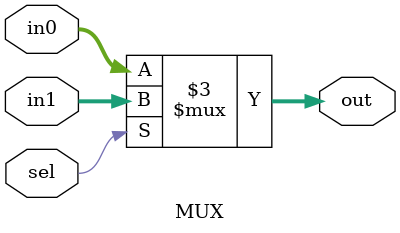
<source format=v>
/*
    file: mux.v
    author: Jingbo Su
    created: August 2022
*/

module MUX #(parameter in_width = 32
) (
  // parameterization of modules allows for module reuse powerfully!
  output reg[in_width-1:0] out,
  input wire[in_width-1:0] in0,
  input wire[in_width-1:0] in1,
  input wire sel
);

always @(in0 or in1 or sel) begin
  // if sel == 1, select in1, otherwise select in0
  if (sel) out = in1;
  else out = in0;
end

endmodule
</source>
